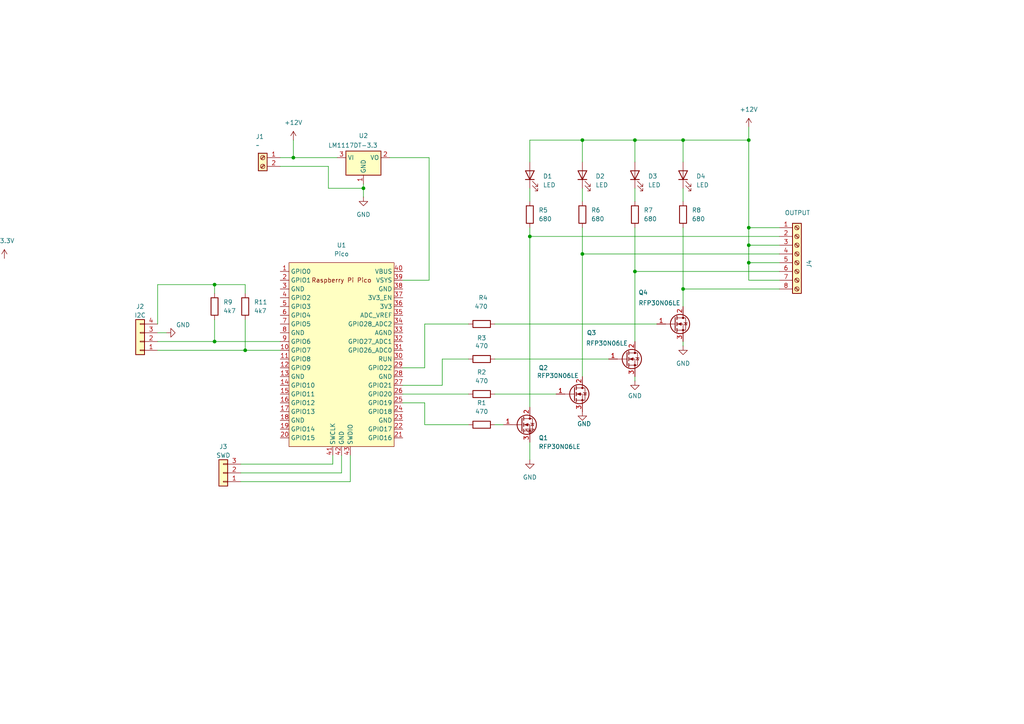
<source format=kicad_sch>
(kicad_sch (version 20231120) (generator "eeschema") (generator_version "8.0")
  (paper "A4")
  (lib_symbols
    (symbol "Connector:Screw_Terminal_01x02" (pin_names (offset 1.016) hide)
      (property "Reference" "J" (at 0 2.54 0))
      (property "Value" "Screw_Terminal_01x02" (at 0 -5.08 0))
      (symbol "Screw_Terminal_01x02_1_1"
        (rectangle (start -1.27 1.27) (end 1.27 -3.81) (stroke (width 0.254)) (fill (type background)))
        (circle (center 0 -2.54) (radius 0.635) (stroke (width 0.1524)))
        (polyline (pts (xy -0.5334 -2.2098) (xy 0.3302 -3.048)) (stroke (width 0.1524)))
        (polyline (pts (xy -0.5334 0.3302) (xy 0.3302 -0.508)) (stroke (width 0.1524)))
        (polyline (pts (xy -0.3556 -2.032) (xy 0.508 -2.8702)) (stroke (width 0.1524)))
        (polyline (pts (xy -0.3556 0.508) (xy 0.508 -0.3302)) (stroke (width 0.1524)))
        (circle (center 0 0) (radius 0.635) (stroke (width 0.1524)))
        (pin passive line (at -5.08 0 0) (length 3.81) (name "Pin_1") (number "1"))
        (pin passive line (at -5.08 -2.54 0) (length 3.81) (name "Pin_2") (number "2"))
      )
    )
    (symbol "Connector:Screw_Terminal_01x08" (pin_names (offset 1.016) hide)
      (property "Reference" "J" (at 0 10.16 0))
      (property "Value" "Screw_Terminal_01x08" (at 0 -12.7 0))
      (symbol "Screw_Terminal_01x08_1_1"
        (rectangle (start -1.27 8.89) (end 1.27 -11.43) (stroke (width 0.254)) (fill (type background)))
        (circle (center 0 -10.16) (radius 0.635) (stroke (width 0.1524)))
        (circle (center 0 -7.62) (radius 0.635) (stroke (width 0.1524)))
        (circle (center 0 -5.08) (radius 0.635) (stroke (width 0.1524)))
        (circle (center 0 -2.54) (radius 0.635) (stroke (width 0.1524)))
        (polyline (pts (xy -0.5334 -9.8298) (xy 0.3302 -10.668)) (stroke (width 0.1524)))
        (polyline (pts (xy -0.5334 -7.2898) (xy 0.3302 -8.128)) (stroke (width 0.1524)))
        (polyline (pts (xy -0.5334 -4.7498) (xy 0.3302 -5.588)) (stroke (width 0.1524)))
        (polyline (pts (xy -0.5334 -2.2098) (xy 0.3302 -3.048)) (stroke (width 0.1524)))
        (polyline (pts (xy -0.5334 0.3302) (xy 0.3302 -0.508)) (stroke (width 0.1524)))
        (polyline (pts (xy -0.5334 2.8702) (xy 0.3302 2.032)) (stroke (width 0.1524)))
        (polyline (pts (xy -0.5334 5.4102) (xy 0.3302 4.572)) (stroke (width 0.1524)))
        (polyline (pts (xy -0.5334 7.9502) (xy 0.3302 7.112)) (stroke (width 0.1524)))
        (polyline (pts (xy -0.3556 -9.652) (xy 0.508 -10.4902)) (stroke (width 0.1524)))
        (polyline (pts (xy -0.3556 -7.112) (xy 0.508 -7.9502)) (stroke (width 0.1524)))
        (polyline (pts (xy -0.3556 -4.572) (xy 0.508 -5.4102)) (stroke (width 0.1524)))
        (polyline (pts (xy -0.3556 -2.032) (xy 0.508 -2.8702)) (stroke (width 0.1524)))
        (polyline (pts (xy -0.3556 0.508) (xy 0.508 -0.3302)) (stroke (width 0.1524)))
        (polyline (pts (xy -0.3556 3.048) (xy 0.508 2.2098)) (stroke (width 0.1524)))
        (polyline (pts (xy -0.3556 5.588) (xy 0.508 4.7498)) (stroke (width 0.1524)))
        (polyline (pts (xy -0.3556 8.128) (xy 0.508 7.2898)) (stroke (width 0.1524)))
        (circle (center 0 0) (radius 0.635) (stroke (width 0.1524)))
        (circle (center 0 2.54) (radius 0.635) (stroke (width 0.1524)))
        (circle (center 0 5.08) (radius 0.635) (stroke (width 0.1524)))
        (circle (center 0 7.62) (radius 0.635) (stroke (width 0.1524)))
        (pin passive line (at -5.08 7.62 0) (length 3.81) (name "Pin_1") (number "1"))
        (pin passive line (at -5.08 5.08 0) (length 3.81) (name "Pin_2") (number "2"))
        (pin passive line (at -5.08 2.54 0) (length 3.81) (name "Pin_3") (number "3"))
        (pin passive line (at -5.08 0 0) (length 3.81) (name "Pin_4") (number "4"))
        (pin passive line (at -5.08 -2.54 0) (length 3.81) (name "Pin_5") (number "5"))
        (pin passive line (at -5.08 -5.08 0) (length 3.81) (name "Pin_6") (number "6"))
        (pin passive line (at -5.08 -7.62 0) (length 3.81) (name "Pin_7") (number "7"))
        (pin passive line (at -5.08 -10.16 0) (length 3.81) (name "Pin_8") (number "8"))
      )
    )
    (symbol "Connector_Generic:Conn_01x03" (pin_names (offset 1.016) hide)
      (property "Reference" "J" (at 0 5.08 0))
      (property "Value" "Conn_01x03" (at 0 -5.08 0))
      (symbol "Conn_01x03_1_1"
        (rectangle (start -1.27 -2.413) (end 0 -2.667) (stroke (width 0.1524)))
        (rectangle (start -1.27 0.127) (end 0 -0.127) (stroke (width 0.1524)))
        (rectangle (start -1.27 2.667) (end 0 2.413) (stroke (width 0.1524)))
        (rectangle (start -1.27 3.81) (end 1.27 -3.81) (stroke (width 0.254)) (fill (type background)))
        (pin passive line (at -5.08 2.54 0) (length 3.81) (name "Pin_1") (number "1"))
        (pin passive line (at -5.08 0 0) (length 3.81) (name "Pin_2") (number "2"))
        (pin passive line (at -5.08 -2.54 0) (length 3.81) (name "Pin_3") (number "3"))
      )
    )
    (symbol "Connector_Generic:Conn_01x04" (pin_names (offset 1.016) hide)
      (property "Reference" "J" (at 0 5.08 0))
      (property "Value" "Conn_01x04" (at 0 -7.62 0))
      (symbol "Conn_01x04_1_1"
        (rectangle (start -1.27 -4.953) (end 0 -5.207) (stroke (width 0.1524)))
        (rectangle (start -1.27 -2.413) (end 0 -2.667) (stroke (width 0.1524)))
        (rectangle (start -1.27 0.127) (end 0 -0.127) (stroke (width 0.1524)))
        (rectangle (start -1.27 2.667) (end 0 2.413) (stroke (width 0.1524)))
        (rectangle (start -1.27 3.81) (end 1.27 -6.35) (stroke (width 0.254)) (fill (type background)))
        (pin passive line (at -5.08 2.54 0) (length 3.81) (name "Pin_1") (number "1"))
        (pin passive line (at -5.08 0 0) (length 3.81) (name "Pin_2") (number "2"))
        (pin passive line (at -5.08 -2.54 0) (length 3.81) (name "Pin_3") (number "3"))
        (pin passive line (at -5.08 -5.08 0) (length 3.81) (name "Pin_4") (number "4"))
      )
    )
    (symbol "Device:LED" (pin_numbers hide) (pin_names (offset 1.016) hide)
      (property "Reference" "D" (at 0 2.54 0))
      (property "Value" "LED" (at 0 -2.54 0))
      (symbol "LED_0_1"
        (polyline (pts (xy -1.27 -1.27) (xy -1.27 1.27)) (stroke (width 0.254)))
        (polyline (pts (xy -1.27 0) (xy 1.27 0)))
        (polyline (pts (xy 1.27 -1.27) (xy 1.27 1.27) (xy -1.27 0) (xy 1.27 -1.27)) (stroke (width 0.254)))
        (polyline (pts (xy -3.048 -0.762) (xy -4.572 -2.286) (xy -3.81 -2.286) (xy -4.572 -2.286) (xy -4.572 -1.524)))
        (polyline (pts (xy -1.778 -0.762) (xy -3.302 -2.286) (xy -2.54 -2.286) (xy -3.302 -2.286) (xy -3.302 -1.524)))
      )
      (symbol "LED_1_1"
        (pin passive line (at -3.81 0 0) (length 2.54) (name "K") (number "1"))
        (pin passive line (at 3.81 0 180) (length 2.54) (name "A") (number "2"))
      )
    )
    (symbol "Device:R" (pin_numbers hide) (pin_names (offset 0))
      (property "Reference" "R" (at 2.032 0 90))
      (property "Value" "R" (at 0 0 90))
      (symbol "R_0_1"
        (rectangle (start -1.016 -2.54) (end 1.016 2.54) (stroke (width 0.254)))
      )
      (symbol "R_1_1"
        (pin passive line (at 0 3.81 270) (length 1.27) (name "~") (number "1"))
        (pin passive line (at 0 -3.81 90) (length 1.27) (name "~") (number "2"))
      )
    )
    (symbol "MCU_RaspberryPi_and_Boards:Pico"
      (property "Reference" "U" (at -13.97 27.94 0))
      (property "Value" "Pico" (at 0 19.05 0))
      (symbol "Pico_0_0"
        (text "Raspberry Pi Pico" (at 0 21.59 0) (effects (font (size 1.27 1.27))))
      )
      (symbol "Pico_0_1"
        (rectangle (start -15.24 26.67) (end 15.24 -26.67) (fill (type background)))
      )
      (symbol "Pico_1_1"
        (pin bidirectional line (at -17.78 24.13 0) (length 2.54) (name "GPIO0") (number "1"))
        (pin bidirectional line (at -17.78 1.27 0) (length 2.54) (name "GPIO7") (number "10"))
        (pin bidirectional line (at -17.78 -1.27 0) (length 2.54) (name "GPIO8") (number "11"))
        (pin bidirectional line (at -17.78 -3.81 0) (length 2.54) (name "GPIO9") (number "12"))
        (pin power_in line (at -17.78 -6.35 0) (length 2.54) (name "GND") (number "13"))
        (pin bidirectional line (at -17.78 -8.89 0) (length 2.54) (name "GPIO10") (number "14"))
        (pin bidirectional line (at -17.78 -11.43 0) (length 2.54) (name "GPIO11") (number "15"))
        (pin bidirectional line (at -17.78 -13.97 0) (length 2.54) (name "GPIO12") (number "16"))
        (pin bidirectional line (at -17.78 -16.51 0) (length 2.54) (name "GPIO13") (number "17"))
        (pin power_in line (at -17.78 -19.05 0) (length 2.54) (name "GND") (number "18"))
        (pin bidirectional line (at -17.78 -21.59 0) (length 2.54) (name "GPIO14") (number "19"))
        (pin bidirectional line (at -17.78 21.59 0) (length 2.54) (name "GPIO1") (number "2"))
        (pin bidirectional line (at -17.78 -24.13 0) (length 2.54) (name "GPIO15") (number "20"))
        (pin bidirectional line (at 17.78 -24.13 180) (length 2.54) (name "GPIO16") (number "21"))
        (pin bidirectional line (at 17.78 -21.59 180) (length 2.54) (name "GPIO17") (number "22"))
        (pin power_in line (at 17.78 -19.05 180) (length 2.54) (name "GND") (number "23"))
        (pin bidirectional line (at 17.78 -16.51 180) (length 2.54) (name "GPIO18") (number "24"))
        (pin bidirectional line (at 17.78 -13.97 180) (length 2.54) (name "GPIO19") (number "25"))
        (pin bidirectional line (at 17.78 -11.43 180) (length 2.54) (name "GPIO20") (number "26"))
        (pin bidirectional line (at 17.78 -8.89 180) (length 2.54) (name "GPIO21") (number "27"))
        (pin power_in line (at 17.78 -6.35 180) (length 2.54) (name "GND") (number "28"))
        (pin bidirectional line (at 17.78 -3.81 180) (length 2.54) (name "GPIO22") (number "29"))
        (pin power_in line (at -17.78 19.05 0) (length 2.54) (name "GND") (number "3"))
        (pin input line (at 17.78 -1.27 180) (length 2.54) (name "RUN") (number "30"))
        (pin bidirectional line (at 17.78 1.27 180) (length 2.54) (name "GPIO26_ADC0") (number "31"))
        (pin bidirectional line (at 17.78 3.81 180) (length 2.54) (name "GPIO27_ADC1") (number "32"))
        (pin power_in line (at 17.78 6.35 180) (length 2.54) (name "AGND") (number "33"))
        (pin bidirectional line (at 17.78 8.89 180) (length 2.54) (name "GPIO28_ADC2") (number "34"))
        (pin power_in line (at 17.78 11.43 180) (length 2.54) (name "ADC_VREF") (number "35"))
        (pin power_in line (at 17.78 13.97 180) (length 2.54) (name "3V3") (number "36"))
        (pin input line (at 17.78 16.51 180) (length 2.54) (name "3V3_EN") (number "37"))
        (pin bidirectional line (at 17.78 19.05 180) (length 2.54) (name "GND") (number "38"))
        (pin power_in line (at 17.78 21.59 180) (length 2.54) (name "VSYS") (number "39"))
        (pin bidirectional line (at -17.78 16.51 0) (length 2.54) (name "GPIO2") (number "4"))
        (pin power_in line (at 17.78 24.13 180) (length 2.54) (name "VBUS") (number "40"))
        (pin input line (at -2.54 -29.21 90) (length 2.54) (name "SWCLK") (number "41"))
        (pin power_in line (at 0 -29.21 90) (length 2.54) (name "GND") (number "42"))
        (pin bidirectional line (at 2.54 -29.21 90) (length 2.54) (name "SWDIO") (number "43"))
        (pin bidirectional line (at -17.78 13.97 0) (length 2.54) (name "GPIO3") (number "5"))
        (pin bidirectional line (at -17.78 11.43 0) (length 2.54) (name "GPIO4") (number "6"))
        (pin bidirectional line (at -17.78 8.89 0) (length 2.54) (name "GPIO5") (number "7"))
        (pin power_in line (at -17.78 6.35 0) (length 2.54) (name "GND") (number "8"))
        (pin bidirectional line (at -17.78 3.81 0) (length 2.54) (name "GPIO6") (number "9"))
      )
    )
    (symbol "Regulator_Linear:LM1117DT-5.0"
      (property "Reference" "U" (at -3.81 3.175 0))
      (property "Value" "LM1117DT-5.0" (at 0 3.175 0))
      (symbol "LM1117DT-5.0_0_1"
        (rectangle (start -5.08 -5.08) (end 5.08 1.905) (stroke (width 0.254)) (fill (type background)))
      )
      (symbol "LM1117DT-5.0_1_1"
        (pin power_in line (at 0 -7.62 90) (length 2.54) (name "GND") (number "1"))
        (pin power_out line (at 7.62 0 180) (length 2.54) (name "VO") (number "2"))
        (pin power_in line (at -7.62 0 0) (length 2.54) (name "VI") (number "3"))
      )
    )
    (symbol "Transistor_FET:IRLZ44N" (pin_names hide)
      (property "Reference" "Q" (at 5.08 1.905 0))
      (property "Value" "IRLZ44N" (at 5.08 0 0))
      (symbol "IRLZ44N_0_1"
        (polyline (pts (xy 0.254 0) (xy -2.54 0)))
        (polyline (pts (xy 0.254 1.905) (xy 0.254 -1.905)) (stroke (width 0.254)))
        (polyline (pts (xy 0.762 -1.27) (xy 0.762 -2.286)) (stroke (width 0.254)))
        (polyline (pts (xy 0.762 0.508) (xy 0.762 -0.508)) (stroke (width 0.254)))
        (polyline (pts (xy 0.762 2.286) (xy 0.762 1.27)) (stroke (width 0.254)))
        (polyline (pts (xy 2.54 2.54) (xy 2.54 1.778)))
        (polyline (pts (xy 2.54 -2.54) (xy 2.54 0) (xy 0.762 0)))
        (polyline (pts (xy 0.762 -1.778) (xy 3.302 -1.778) (xy 3.302 1.778) (xy 0.762 1.778)))
        (polyline (pts (xy 1.016 0) (xy 2.032 0.381) (xy 2.032 -0.381) (xy 1.016 0)) (fill (type outline)))
        (polyline (pts (xy 2.794 0.508) (xy 2.921 0.381) (xy 3.683 0.381) (xy 3.81 0.254)))
        (polyline (pts (xy 3.302 0.381) (xy 2.921 -0.254) (xy 3.683 -0.254) (xy 3.302 0.381)))
        (circle (center 1.651 0) (radius 2.794) (stroke (width 0.254)))
        (circle (center 2.54 -1.778) (radius 0.254) (fill (type outline)))
        (circle (center 2.54 1.778) (radius 0.254) (fill (type outline)))
      )
      (symbol "IRLZ44N_1_1"
        (pin input line (at -5.08 0 0) (length 2.54) (name "G") (number "1"))
        (pin passive line (at 2.54 5.08 270) (length 2.54) (name "D") (number "2"))
        (pin passive line (at 2.54 -5.08 90) (length 2.54) (name "S") (number "3"))
      )
    )
    (symbol "power:+12V" (power) (pin_numbers hide) (pin_names (offset 0) hide)
      (property "Value" "+12V" (at 0 3.556 0))
      (symbol "+12V_0_1"
        (polyline (pts (xy -0.762 1.27) (xy 0 2.54)))
        (polyline (pts (xy 0 0) (xy 0 2.54)))
        (polyline (pts (xy 0 2.54) (xy 0.762 1.27)))
      )
      (symbol "+12V_1_1"
        (pin power_in line (at 0 0 90) (length 0) (name "~") (number "1"))
      )
    )
    (symbol "power:+3.3V" (power) (pin_numbers hide) (pin_names (offset 0) hide)
      (property "Value" "+3.3V" (at 0 3.556 0))
      (symbol "+3.3V_0_1"
        (polyline (pts (xy -0.762 1.27) (xy 0 2.54)))
        (polyline (pts (xy 0 0) (xy 0 2.54)))
        (polyline (pts (xy 0 2.54) (xy 0.762 1.27)))
      )
      (symbol "+3.3V_1_1"
        (pin power_in line (at 0 0 90) (length 0) (name "~") (number "1"))
      )
    )
    (symbol "power:GND" (power) (pin_numbers hide) (pin_names (offset 0) hide)
      (property "Value" "GND" (at 0 -3.81 0))
      (symbol "GND_0_1"
        (polyline (pts (xy 0 0) (xy 0 -1.27) (xy 1.27 -1.27) (xy 0 -2.54) (xy -1.27 -1.27) (xy 0 -1.27)))
      )
      (symbol "GND_1_1"
        (pin power_in line (at 0 0 270) (length 0) (name "~") (number "1"))
      )
    )
  )
  (junction (at 153.67 68.58))
  (junction (at 217.17 66.04))
  (junction (at 105.41 54.61))
  (junction (at 198.12 40.64))
  (junction (at 217.17 40.64))
  (junction (at 71.12 101.6))
  (junction (at 168.91 73.66))
  (junction (at 85.09 45.72))
  (junction (at 217.17 76.2))
  (junction (at 168.91 40.64))
  (junction (at 184.15 40.64))
  (junction (at 62.23 82.55))
  (junction (at 184.15 78.74))
  (junction (at 198.12 83.82))
  (junction (at 217.17 71.12))
  (junction (at 62.23 99.06))
  (wire (pts (xy 217.17 76.2) (xy 226.06 76.2)))
  (wire (pts (xy 143.51 114.3) (xy 161.29 114.3)))
  (wire (pts (xy 217.17 36.83) (xy 217.17 40.64)))
  (wire (pts (xy 123.19 106.68) (xy 116.84 106.68)))
  (wire (pts (xy 143.51 104.14) (xy 176.53 104.14)))
  (wire (pts (xy 153.67 68.58) (xy 153.67 118.11)))
  (wire (pts (xy 85.09 45.72) (xy 97.79 45.72)))
  (wire (pts (xy 128.27 104.14) (xy 135.89 104.14)))
  (wire (pts (xy 168.91 66.04) (xy 168.91 73.66)))
  (wire (pts (xy 184.15 54.61) (xy 184.15 58.42)))
  (wire (pts (xy 123.19 116.84) (xy 116.84 116.84)))
  (wire (pts (xy 71.12 92.71) (xy 71.12 101.6)))
  (wire (pts (xy 124.46 45.72) (xy 124.46 81.28)))
  (wire (pts (xy 153.67 68.58) (xy 226.06 68.58)))
  (wire (pts (xy 184.15 40.64) (xy 198.12 40.64)))
  (wire (pts (xy 123.19 93.98) (xy 123.19 106.68)))
  (wire (pts (xy 45.72 93.98) (xy 45.72 82.55)))
  (wire (pts (xy 123.19 123.19) (xy 135.89 123.19)))
  (wire (pts (xy 217.17 71.12) (xy 226.06 71.12)))
  (wire (pts (xy 62.23 92.71) (xy 62.23 99.06)))
  (wire (pts (xy 105.41 53.34) (xy 105.41 54.61)))
  (wire (pts (xy 81.28 48.26) (xy 95.25 48.26)))
  (wire (pts (xy 168.91 73.66) (xy 226.06 73.66)))
  (wire (pts (xy 217.17 81.28) (xy 226.06 81.28)))
  (wire (pts (xy 69.85 139.7) (xy 101.6 139.7)))
  (wire (pts (xy 168.91 40.64) (xy 184.15 40.64)))
  (wire (pts (xy 124.46 45.72) (xy 113.03 45.72)))
  (wire (pts (xy 116.84 81.28) (xy 124.46 81.28)))
  (wire (pts (xy 71.12 82.55) (xy 71.12 85.09)))
  (wire (pts (xy 198.12 66.04) (xy 198.12 83.82)))
  (wire (pts (xy 105.41 54.61) (xy 105.41 57.15)))
  (wire (pts (xy 217.17 40.64) (xy 217.17 66.04)))
  (wire (pts (xy 101.6 132.08) (xy 101.6 139.7)))
  (wire (pts (xy 143.51 93.98) (xy 190.5 93.98)))
  (wire (pts (xy 217.17 76.2) (xy 217.17 81.28)))
  (wire (pts (xy 85.09 45.72) (xy 85.09 40.64)))
  (wire (pts (xy 184.15 40.64) (xy 184.15 46.99)))
  (wire (pts (xy 198.12 83.82) (xy 198.12 88.9)))
  (wire (pts (xy 153.67 54.61) (xy 153.67 58.42)))
  (wire (pts (xy 184.15 78.74) (xy 184.15 99.06)))
  (wire (pts (xy 45.72 96.52) (xy 48.26 96.52)))
  (wire (pts (xy 62.23 82.55) (xy 71.12 82.55)))
  (wire (pts (xy 198.12 83.82) (xy 226.06 83.82)))
  (wire (pts (xy 45.72 82.55) (xy 62.23 82.55)))
  (wire (pts (xy 69.85 134.62) (xy 96.52 134.62)))
  (wire (pts (xy 198.12 54.61) (xy 198.12 58.42)))
  (wire (pts (xy 217.17 66.04) (xy 226.06 66.04)))
  (wire (pts (xy 128.27 111.76) (xy 116.84 111.76)))
  (wire (pts (xy 95.25 48.26) (xy 95.25 54.61)))
  (wire (pts (xy 198.12 40.64) (xy 198.12 46.99)))
  (wire (pts (xy 184.15 109.22) (xy 184.15 110.49)))
  (wire (pts (xy 45.72 99.06) (xy 62.23 99.06)))
  (wire (pts (xy 198.12 99.06) (xy 198.12 100.33)))
  (wire (pts (xy 153.67 46.99) (xy 153.67 40.64)))
  (wire (pts (xy 184.15 66.04) (xy 184.15 78.74)))
  (wire (pts (xy 45.72 101.6) (xy 71.12 101.6)))
  (wire (pts (xy 99.06 132.08) (xy 99.06 137.16)))
  (wire (pts (xy 168.91 73.66) (xy 168.91 109.22)))
  (wire (pts (xy 96.52 134.62) (xy 96.52 132.08)))
  (wire (pts (xy 153.67 128.27) (xy 153.67 133.35)))
  (wire (pts (xy 81.28 45.72) (xy 85.09 45.72)))
  (wire (pts (xy 153.67 40.64) (xy 168.91 40.64)))
  (wire (pts (xy 128.27 104.14) (xy 128.27 111.76)))
  (wire (pts (xy 217.17 71.12) (xy 217.17 76.2)))
  (wire (pts (xy 217.17 66.04) (xy 217.17 71.12)))
  (wire (pts (xy 123.19 93.98) (xy 135.89 93.98)))
  (wire (pts (xy 95.25 54.61) (xy 105.41 54.61)))
  (wire (pts (xy 69.85 137.16) (xy 99.06 137.16)))
  (wire (pts (xy 184.15 78.74) (xy 226.06 78.74)))
  (wire (pts (xy 168.91 54.61) (xy 168.91 58.42)))
  (wire (pts (xy 62.23 82.55) (xy 62.23 85.09)))
  (wire (pts (xy 198.12 40.64) (xy 217.17 40.64)))
  (wire (pts (xy 116.84 114.3) (xy 135.89 114.3)))
  (wire (pts (xy 168.91 40.64) (xy 168.91 46.99)))
  (wire (pts (xy 143.51 123.19) (xy 146.05 123.19)))
  (wire (pts (xy 71.12 101.6) (xy 81.28 101.6)))
  (wire (pts (xy 62.23 99.06) (xy 81.28 99.06)))
  (wire (pts (xy 153.67 66.04) (xy 153.67 68.58)))
  (wire (pts (xy 123.19 116.84) (xy 123.19 123.19)))
  (symbol (lib_id "Device:R") (at 168.91 62.23 0) (unit 1)
    (property "Reference" "R6" (at 171.45 60.9599 0) (effects (justify left)))
    (property "Value" "680" (at 171.45 63.4999 0) (effects (justify left)))
    (property "Footprint" "Resistor_THT:R_Axial_DIN0204_L3.6mm_D1.6mm_P5.08mm_Horizontal" (effects (hide yes)))
    (property "Description" "Resistor" (effects (hide yes)))
  )
  (symbol (lib_id "Device:R") (at 139.7 104.14 270) (unit 1)
    (property "Reference" "R3" (at 139.7 98.044 90))
    (property "Value" "470" (at 139.7 100.33 90))
    (property "Footprint" "Resistor_THT:R_Axial_DIN0204_L3.6mm_D1.6mm_P5.08mm_Horizontal" (effects (hide yes)))
    (property "Description" "Resistor" (effects (hide yes)))
  )
  (symbol (lib_id "Transistor_FET:IRLZ44N") (at 166.37 114.3 0) (unit 1)
    (property "Reference" "Q2" (at 156.21 106.68 0) (effects (justify left)))
    (property "Value" "RFP30N06LE" (at 155.702 108.966 0) (effects (justify left)))
    (property "Footprint" "Package_TO_SOT_THT:TO-220-3_Vertical" (effects (hide yes)))
    (property "Datasheet" "http://www.irf.com/product-info/datasheets/data/irlz44n.pdf" (effects (hide yes)))
    (property "Description" "47A Id, 55V Vds, 22mOhm Rds Single N-Channel HEXFET Power MOSFET, TO-220AB" (effects (hide yes)))
  )
  (symbol (lib_id "Transistor_FET:IRLZ44N") (at 151.13 123.19 0) (unit 1)
    (property "Reference" "Q1" (at 156.21 127 0) (effects (justify left)))
    (property "Value" "RFP30N06LE" (at 156.21 129.54 0) (effects (justify left)))
    (property "Footprint" "Package_TO_SOT_THT:TO-220-3_Vertical" (effects (hide yes)))
    (property "Datasheet" "http://www.irf.com/product-info/datasheets/data/irlz44n.pdf" (effects (hide yes)))
    (property "Description" "47A Id, 55V Vds, 22mOhm Rds Single N-Channel HEXFET Power MOSFET, TO-220AB" (effects (hide yes)))
  )
  (symbol (lib_id "Connector:Screw_Terminal_01x08") (at 231.14 73.66 0) (unit 1)
    (property "Reference" "J4" (at 234.696 77.724 90) (effects (justify left)))
    (property "Value" "OUTPUT" (at 227.584 61.722 0) (effects (justify left)))
    (property "Footprint" "TerminalBlock_Phoenix:TerminalBlock_Phoenix_PT-1,5-8-5.0-H_1x08_P5.00mm_Horizontal" (effects (hide yes)))
    (property "Description" "Generic screw terminal, single row, 01x08, script generated (kicad-library-utils/schlib/autogen/connector/)" (effects (hide yes)))
  )
  (symbol (lib_id "Transistor_FET:IRLZ44N") (at 181.61 104.14 0) (unit 1)
    (property "Reference" "Q3" (at 170.18 96.52 0) (effects (justify left)))
    (property "Value" "RFP30N06LE" (at 169.926 99.568 0) (effects (justify left)))
    (property "Footprint" "Package_TO_SOT_THT:TO-220-3_Vertical" (effects (hide yes)))
    (property "Datasheet" "http://www.irf.com/product-info/datasheets/data/irlz44n.pdf" (effects (hide yes)))
    (property "Description" "47A Id, 55V Vds, 22mOhm Rds Single N-Channel HEXFET Power MOSFET, TO-220AB" (effects (hide yes)))
  )
  (symbol (lib_id "power:+3.3V") (at 1.27 74.93 0) (unit 1)
    (property "Reference" "#PWR01" (effects (hide yes)))
    (property "Value" "+3.3V" (at 1.27 69.85 0))
    (property "Description" "Power symbol creates a global label with name \"+3.3V\"" (effects (hide yes)))
  )
  (symbol (lib_id "Transistor_FET:IRLZ44N") (at 195.58 93.98 0) (unit 1)
    (property "Reference" "Q4" (at 185.166 84.836 0) (effects (justify left)))
    (property "Value" "RFP30N06LE" (at 185.166 87.884 0) (effects (justify left)))
    (property "Footprint" "Package_TO_SOT_THT:TO-220-3_Vertical" (effects (hide yes)))
    (property "Datasheet" "http://www.irf.com/product-info/datasheets/data/irlz44n.pdf" (effects (hide yes)))
    (property "Description" "47A Id, 55V Vds, 22mOhm Rds Single N-Channel HEXFET Power MOSFET, TO-220AB" (effects (hide yes)))
  )
  (symbol (lib_id "Device:LED") (at 198.12 50.8 90) (unit 1)
    (property "Reference" "D4" (at 201.93 51.1174 90) (effects (justify right)))
    (property "Value" "LED" (at 201.93 53.6574 90) (effects (justify right)))
    (property "Footprint" "LED_THT:LED_D5.0mm" (effects (hide yes)))
    (property "Description" "Light emitting diode" (effects (hide yes)))
  )
  (symbol (lib_id "power:GND") (at 105.41 57.15 0) (unit 1)
    (property "Reference" "#PWR012" (effects (hide yes)))
    (property "Value" "GND" (at 105.41 62.23 0))
    (property "Description" "Power symbol creates a global label with name \"GND\" , ground" (effects (hide yes)))
  )
  (symbol (lib_id "Device:R") (at 139.7 93.98 270) (unit 1)
    (property "Reference" "R4" (at 141.478 86.36 90) (effects (justify right)))
    (property "Value" "470" (at 141.478 88.9 90) (effects (justify right)))
    (property "Footprint" "Resistor_THT:R_Axial_DIN0204_L3.6mm_D1.6mm_P5.08mm_Horizontal" (effects (hide yes)))
    (property "Description" "Resistor" (effects (hide yes)))
  )
  (symbol (lib_id "power:GND") (at 168.91 119.38 0) (unit 1)
    (property "Reference" "#PWR05" (effects (hide yes)))
    (property "Value" "GND" (at 169.418 122.936 0))
    (property "Description" "Power symbol creates a global label with name \"GND\" , ground" (effects (hide yes)))
  )
  (symbol (lib_id "power:GND") (at 184.15 110.49 0) (unit 1)
    (property "Reference" "#PWR06" (effects (hide yes)))
    (property "Value" "GND" (at 184.15 114.808 0))
    (property "Description" "Power symbol creates a global label with name \"GND\" , ground" (effects (hide yes)))
  )
  (symbol (lib_id "Connector_Generic:Conn_01x03") (at 64.77 137.16 180) (unit 1)
    (property "Reference" "J3" (at 64.77 129.54 0))
    (property "Value" "SWD" (at 64.77 132.08 0))
    (property "Footprint" "Connector_PinHeader_2.00mm:PinHeader_1x03_P2.00mm_Vertical" (effects (hide yes)))
    (property "Description" "Generic connector, single row, 01x03, script generated (kicad-library-utils/schlib/autogen/connector/)" (effects (hide yes)))
  )
  (symbol (lib_id "Device:LED") (at 153.67 50.8 90) (unit 1)
    (property "Reference" "D1" (at 157.48 51.1174 90) (effects (justify right)))
    (property "Value" "LED" (at 157.48 53.6574 90) (effects (justify right)))
    (property "Footprint" "LED_THT:LED_D5.0mm" (effects (hide yes)))
    (property "Description" "Light emitting diode" (effects (hide yes)))
  )
  (symbol (lib_id "Device:LED") (at 184.15 50.8 90) (unit 1)
    (property "Reference" "D3" (at 187.96 51.1174 90) (effects (justify right)))
    (property "Value" "LED" (at 187.96 53.6574 90) (effects (justify right)))
    (property "Footprint" "LED_THT:LED_D5.0mm" (effects (hide yes)))
    (property "Description" "Light emitting diode" (effects (hide yes)))
  )
  (symbol (lib_id "Connector_Generic:Conn_01x04") (at 40.64 99.06 180) (unit 1)
    (property "Reference" "J2" (at 40.64 88.9 0))
    (property "Value" "I2C" (at 40.64 91.44 0))
    (property "Footprint" "Connector_JST:JST_SH_SM04B-SRSS-TB_1x04-1MP_P1.00mm_Horizontal" (effects (hide yes)))
    (property "Description" "Generic connector, single row, 01x04, script generated (kicad-library-utils/schlib/autogen/connector/)" (effects (hide yes)))
  )
  (symbol (lib_id "power:+12V") (at 85.09 40.64 0) (unit 1)
    (property "Reference" "#PWR011" (effects (hide yes)))
    (property "Value" "+12V" (at 85.09 35.56 0))
    (property "Description" "Power symbol creates a global label with name \"+12V\"" (effects (hide yes)))
  )
  (symbol (lib_id "Device:LED") (at 168.91 50.8 90) (unit 1)
    (property "Reference" "D2" (at 172.72 51.1174 90) (effects (justify right)))
    (property "Value" "LED" (at 172.72 53.6574 90) (effects (justify right)))
    (property "Footprint" "LED_THT:LED_D5.0mm" (effects (hide yes)))
    (property "Description" "Light emitting diode" (effects (hide yes)))
  )
  (symbol (lib_id "Device:R") (at 62.23 88.9 0) (unit 1)
    (property "Reference" "R9" (at 64.77 87.6299 0) (effects (justify left)))
    (property "Value" "4k7" (at 64.77 90.1699 0) (effects (justify left)))
    (property "Footprint" "Resistor_THT:R_Axial_DIN0204_L3.6mm_D1.6mm_P5.08mm_Horizontal" (effects (hide yes)))
    (property "Description" "Resistor" (effects (hide yes)))
  )
  (symbol (lib_id "power:GND") (at 48.26 96.52 90) (unit 1)
    (property "Reference" "#PWR010" (effects (hide yes)))
    (property "Value" "GND" (at 51.054 94.234 90) (effects (justify right)))
    (property "Description" "Power symbol creates a global label with name \"GND\" , ground" (effects (hide yes)))
  )
  (symbol (lib_id "Connector:Screw_Terminal_01x02") (at 76.2 45.72 0) (mirror y) (unit 1)
    (property "Reference" "J1" (at 74.168 39.624 0) (effects (justify right)))
    (property "Value" "~" (at 74.168 42.164 0) (effects (justify right)))
    (property "Footprint" "TerminalBlock_Phoenix:TerminalBlock_Phoenix_PT-1,5-2-5.0-H_1x02_P5.00mm_Horizontal" (effects (hide yes)))
    (property "Description" "Generic screw terminal, single row, 01x02, script generated (kicad-library-utils/schlib/autogen/connector/)" (effects (hide yes)))
  )
  (symbol (lib_id "Device:R") (at 139.7 123.19 270) (unit 1)
    (property "Reference" "R1" (at 139.7 116.84 90))
    (property "Value" "470" (at 139.7 119.38 90))
    (property "Footprint" "Resistor_THT:R_Axial_DIN0204_L3.6mm_D1.6mm_P5.08mm_Horizontal" (effects (hide yes)))
    (property "Description" "Resistor" (effects (hide yes)))
  )
  (symbol (lib_id "Device:R") (at 139.7 114.3 270) (unit 1)
    (property "Reference" "R2" (at 139.7 107.95 90))
    (property "Value" "470" (at 139.7 110.49 90))
    (property "Footprint" "Resistor_THT:R_Axial_DIN0204_L3.6mm_D1.6mm_P5.08mm_Horizontal" (effects (hide yes)))
    (property "Description" "Resistor" (effects (hide yes)))
  )
  (symbol (lib_id "power:+12V") (at 217.17 36.83 0) (unit 1)
    (property "Reference" "#PWR02" (effects (hide yes)))
    (property "Value" "+12V" (at 217.17 31.75 0))
    (property "Description" "Power symbol creates a global label with name \"+12V\"" (effects (hide yes)))
  )
  (symbol (lib_id "power:GND") (at 153.67 133.35 0) (unit 1)
    (property "Reference" "#PWR03" (effects (hide yes)))
    (property "Value" "GND" (at 153.67 138.43 0))
    (property "Description" "Power symbol creates a global label with name \"GND\" , ground" (effects (hide yes)))
  )
  (symbol (lib_id "Device:R") (at 198.12 62.23 0) (unit 1)
    (property "Reference" "R8" (at 200.66 60.9599 0) (effects (justify left)))
    (property "Value" "680" (at 200.66 63.4999 0) (effects (justify left)))
    (property "Footprint" "Resistor_THT:R_Axial_DIN0204_L3.6mm_D1.6mm_P5.08mm_Horizontal" (effects (hide yes)))
    (property "Description" "Resistor" (effects (hide yes)))
  )
  (symbol (lib_id "Device:R") (at 71.12 88.9 0) (unit 1)
    (property "Reference" "R11" (at 73.66 87.6299 0) (effects (justify left)))
    (property "Value" "4k7" (at 73.66 90.1699 0) (effects (justify left)))
    (property "Footprint" "Resistor_THT:R_Axial_DIN0204_L3.6mm_D1.6mm_P5.08mm_Horizontal" (effects (hide yes)))
    (property "Description" "Resistor" (effects (hide yes)))
  )
  (symbol (lib_id "power:GND") (at 198.12 100.33 0) (unit 1)
    (property "Reference" "#PWR07" (effects (hide yes)))
    (property "Value" "GND" (at 198.12 105.41 0))
    (property "Description" "Power symbol creates a global label with name \"GND\" , ground" (effects (hide yes)))
  )
  (symbol (lib_id "MCU_RaspberryPi_and_Boards:Pico") (at 99.06 102.87 0) (unit 1)
    (property "Reference" "U1" (at 99.06 71.12 0))
    (property "Value" "Pico" (at 99.06 73.66 0))
    (property "Footprint" "MCU_RaspberryPi_and_Boards:RPi_Pico_SMD_TH" (effects (hide yes)))
  )
  (symbol (lib_id "Device:R") (at 184.15 62.23 0) (unit 1)
    (property "Reference" "R7" (at 186.69 60.9599 0) (effects (justify left)))
    (property "Value" "680" (at 186.69 63.4999 0) (effects (justify left)))
    (property "Footprint" "Resistor_THT:R_Axial_DIN0204_L3.6mm_D1.6mm_P5.08mm_Horizontal" (effects (hide yes)))
    (property "Description" "Resistor" (effects (hide yes)))
  )
  (symbol (lib_id "Device:R") (at 153.67 62.23 0) (unit 1)
    (property "Reference" "R5" (at 156.21 60.9599 0) (effects (justify left)))
    (property "Value" "680" (at 156.21 63.4999 0) (effects (justify left)))
    (property "Footprint" "Resistor_THT:R_Axial_DIN0204_L3.6mm_D1.6mm_P5.08mm_Horizontal" (effects (hide yes)))
    (property "Description" "Resistor" (effects (hide yes)))
  )
  (symbol (lib_id "Regulator_Linear:LM1117DT-5.0") (at 105.41 45.72 0) (unit 1)
    (property "Reference" "U2" (at 105.41 39.37 0))
    (property "Value" "LM1117DT-3.3" (at 102.362 42.164 0))
    (property "Footprint" "Package_TO_SOT_SMD:TO-252-3_TabPin2" (effects (hide yes)))
    (property "Datasheet" "http://www.ti.com/lit/ds/symlink/lm1117.pdf" (effects (hide yes)))
    (property "Description" "800mA Low-Dropout Linear Regulator, 5.0V fixed output, TO-252" (effects (hide yes)))
  )
  (symbol (lib_id "power:GND") (at 153.67 123.19 0) (unit 1)
    (property "Reference" "#PWR04" (effects (hide yes)))
    (property "Value" "GND" (effects (hide yes)))
    (property "Description" "Power symbol creates a global label with name \"GND\" , ground" (effects (hide yes)))
  )
)
</source>
